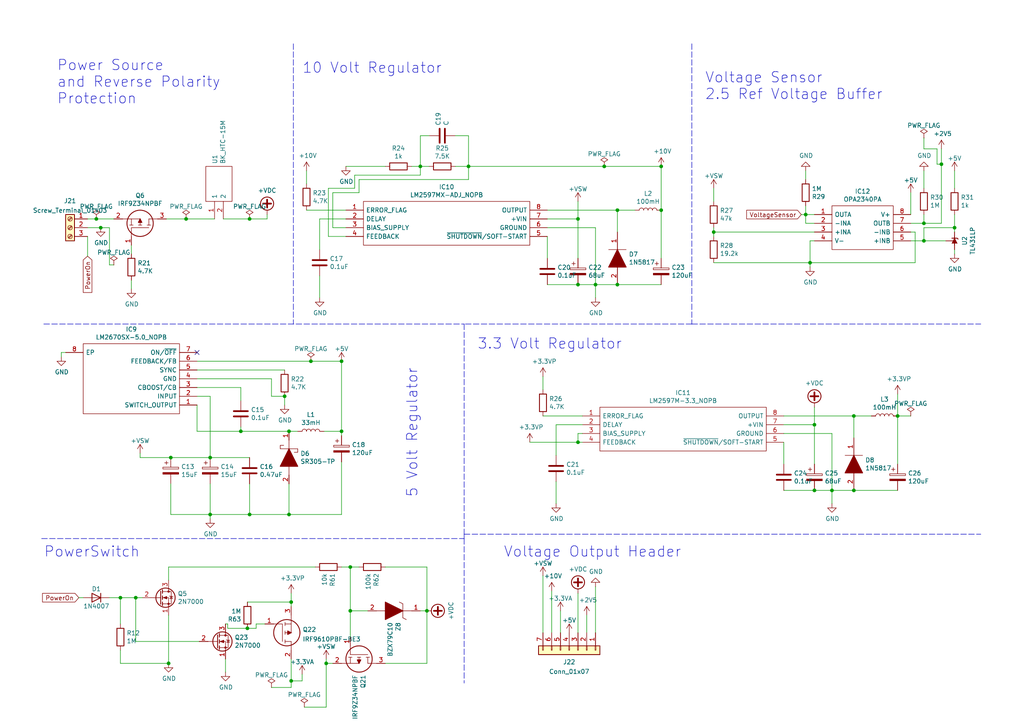
<source format=kicad_sch>
(kicad_sch (version 20211123) (generator eeschema)
  (paper "A4")
  (lib_symbols
    (symbol "Connector:Screw_Terminal_01x03" (pin_names (offset 1.016) hide)
      (property "Reference" "J" (at 0 5.08 0))
      (property "Value" "Screw_Terminal_01x03" (at 0 -5.08 0))
      (symbol "Screw_Terminal_01x03_1_1"
        (pin passive line (at -5.08 2.54 0) (length 3.81) (name "Pin_1") (number "1"))
        (pin passive line (at -5.08 0 0) (length 3.81) (name "Pin_2") (number "2"))
        (pin passive line (at -5.08 -2.54 0) (length 3.81) (name "Pin_3") (number "3"))
      )
    )
    (symbol "Connector_Generic:Conn_01x07" (pin_names (offset 1.016) hide)
      (property "Reference" "J" (at 0 10.16 0))
      (property "Value" "Conn_01x07" (at 0 -10.16 0))
      (symbol "Conn_01x07_1_1"
        (pin passive line (at -5.08 7.62 0) (length 3.81) (name "Pin_1") (number "1"))
        (pin passive line (at -5.08 5.08 0) (length 3.81) (name "Pin_2") (number "2"))
        (pin passive line (at -5.08 2.54 0) (length 3.81) (name "Pin_3") (number "3"))
        (pin passive line (at -5.08 0 0) (length 3.81) (name "Pin_4") (number "4"))
        (pin passive line (at -5.08 -2.54 0) (length 3.81) (name "Pin_5") (number "5"))
        (pin passive line (at -5.08 -5.08 0) (length 3.81) (name "Pin_6") (number "6"))
        (pin passive line (at -5.08 -7.62 0) (length 3.81) (name "Pin_7") (number "7"))
      )
    )
    (symbol "Device:C" (pin_numbers hide) (pin_names (offset 0.254))
      (property "Reference" "C" (at 0.635 2.54 0))
      (property "Value" "C" (at 0.635 -2.54 0))
      (symbol "C_1_1"
        (pin passive line (at 0 3.81 270) (length 2.794) (name "~") (number "1"))
        (pin passive line (at 0 -3.81 90) (length 2.794) (name "~") (number "2"))
      )
    )
    (symbol "Device:CP" (pin_numbers hide) (pin_names (offset 0.254))
      (property "Reference" "C" (at 0.635 2.54 0))
      (property "Value" "Device_CP" (at 0.635 -2.54 0))
      (symbol "CP_1_1"
        (pin passive line (at 0 3.81 270) (length 2.794) (name "~") (number "1"))
        (pin passive line (at 0 -3.81 90) (length 2.794) (name "~") (number "2"))
      )
    )
    (symbol "Device:L" (pin_numbers hide) (pin_names (offset 1.016) hide)
      (property "Reference" "L" (at -1.27 0 90))
      (property "Value" "L" (at 1.905 0 90))
      (symbol "L_1_1"
        (pin passive line (at 0 3.81 270) (length 1.27) (name "1") (number "1"))
        (pin passive line (at 0 -3.81 90) (length 1.27) (name "2") (number "2"))
      )
    )
    (symbol "Device:R" (pin_numbers hide) (pin_names (offset 0))
      (property "Reference" "R" (at 2.032 0 90))
      (property "Value" "R" (at 0 0 90))
      (symbol "R_1_1"
        (pin passive line (at 0 3.81 270) (length 1.27) (name "~") (number "1"))
        (pin passive line (at 0 -3.81 90) (length 1.27) (name "~") (number "2"))
      )
    )
    (symbol "Diode:1N4007" (pin_numbers hide) (pin_names (offset 1.016) hide)
      (property "Reference" "D" (at 0 2.54 0))
      (property "Value" "1N4007" (at 0 -2.54 0))
      (symbol "1N4007_1_1"
        (pin passive line (at -3.81 0 0) (length 2.54) (name "K") (number "1"))
        (pin passive line (at 3.81 0 180) (length 2.54) (name "A") (number "2"))
      )
    )
    (symbol "Reference_Voltage:TL431LP" (pin_numbers hide) (pin_names hide)
      (property "Reference" "U" (at -2.54 2.54 0))
      (property "Value" "TL431LP" (at 0 -2.54 0))
      (symbol "TL431LP_1_1"
        (pin passive line (at 0 2.54 270) (length 2.54) (name "REF") (number "1"))
        (pin passive line (at -2.54 0 0) (length 2.54) (name "A") (number "2"))
        (pin passive line (at 2.54 0 180) (length 2.54) (name "K") (number "3"))
      )
    )
    (symbol "SamacSys_Parts:1N5817" (pin_names (offset 0.762))
      (property "Reference" "D" (at 11.43 5.08 0))
      (property "Value" "SamacSys_Parts_1N5817" (at 11.43 2.54 0))
      (symbol "1N5817_0_0"
        (pin passive line (at 0 0 0) (length 5.08) (name "~") (number "1"))
        (pin passive line (at 15.24 0 180) (length 5.08) (name "~") (number "2"))
      )
    )
    (symbol "SamacSys_Parts:BK_HTC-15M" (pin_names (offset 0.762))
      (property "Reference" "U" (at 16.51 7.62 0))
      (property "Value" "SamacSys_Parts_BK_HTC-15M" (at 16.51 5.08 0))
      (symbol "BK_HTC-15M_0_0"
        (pin passive line (at 0 0 0) (length 5.08) (name "1") (number "1"))
        (pin passive line (at 0 -2.54 0) (length 5.08) (name "2") (number "2"))
      )
    )
    (symbol "SamacSys_Parts:BZX79C10" (pin_names (offset 0.762))
      (property "Reference" "Z" (at 10.16 8.89 0))
      (property "Value" "SamacSys_Parts_BZX79C10" (at 10.16 6.35 0))
      (symbol "BZX79C10_0_0"
        (pin passive line (at 0 0 0) (length 2.54) (name "~") (number "1"))
        (pin passive line (at 15.24 0 180) (length 2.54) (name "~") (number "2"))
      )
    )
    (symbol "SamacSys_Parts:IRF9Z34NPBF" (pin_names (offset 0.762))
      (property "Reference" "Q" (at 11.43 3.81 0))
      (property "Value" "SamacSys_Parts_IRF9Z34NPBF" (at 11.43 1.27 0))
      (symbol "IRF9Z34NPBF_0_0"
        (pin passive line (at 0 0 0) (length 2.54) (name "~") (number "1"))
        (pin passive line (at 7.62 -5.08 90) (length 2.54) (name "~") (number "2"))
        (pin passive line (at 7.62 10.16 270) (length 2.54) (name "~") (number "3"))
      )
    )
    (symbol "SamacSys_Parts:LM2597M-3.3_NOPB" (pin_names (offset 0.762))
      (property "Reference" "IC" (at 54.61 7.62 0))
      (property "Value" "SamacSys_Parts_LM2597M-3.3_NOPB" (at 54.61 5.08 0))
      (symbol "LM2597M-3.3_NOPB_0_0"
        (pin passive line (at 0 0 0) (length 5.08) (name "ERROR_FLAG") (number "1"))
        (pin passive line (at 0 -2.54 0) (length 5.08) (name "DELAY") (number "2"))
        (pin passive line (at 0 -5.08 0) (length 5.08) (name "BIAS_SUPPLY") (number "3"))
        (pin passive line (at 0 -7.62 0) (length 5.08) (name "FEEDBACK") (number "4"))
        (pin passive line (at 58.42 -7.62 180) (length 5.08) (name "~{SHUTDOWN}/SOFT-START") (number "5"))
        (pin passive line (at 58.42 -5.08 180) (length 5.08) (name "GROUND") (number "6"))
        (pin passive line (at 58.42 -2.54 180) (length 5.08) (name "+VIN") (number "7"))
        (pin passive line (at 58.42 0 180) (length 5.08) (name "OUTPUT") (number "8"))
      )
    )
    (symbol "SamacSys_Parts:LM2597MX-ADJ_NOPB" (pin_names (offset 0.762))
      (property "Reference" "IC" (at 54.61 7.62 0))
      (property "Value" "SamacSys_Parts_LM2597MX-ADJ_NOPB" (at 54.61 5.08 0))
      (symbol "LM2597MX-ADJ_NOPB_0_0"
        (pin passive line (at 0 0 0) (length 5.08) (name "ERROR_FLAG") (number "1"))
        (pin passive line (at 0 -2.54 0) (length 5.08) (name "DELAY") (number "2"))
        (pin passive line (at 0 -5.08 0) (length 5.08) (name "BIAS_SUPPLY") (number "3"))
        (pin passive line (at 0 -7.62 0) (length 5.08) (name "FEEDBACK") (number "4"))
        (pin passive line (at 58.42 -7.62 180) (length 5.08) (name "~{SHUTDOWN}/SOFT-START") (number "5"))
        (pin passive line (at 58.42 -5.08 180) (length 5.08) (name "GROUND") (number "6"))
        (pin passive line (at 58.42 -2.54 180) (length 5.08) (name "+VIN") (number "7"))
        (pin passive line (at 58.42 0 180) (length 5.08) (name "OUTPUT") (number "8"))
      )
    )
    (symbol "SamacSys_Parts:LM2670SX-5.0_NOPB" (pin_names (offset 0.762))
      (property "Reference" "IC" (at 34.29 7.62 0))
      (property "Value" "SamacSys_Parts_LM2670SX-5.0_NOPB" (at 34.29 5.08 0))
      (symbol "LM2670SX-5.0_NOPB_0_0"
        (pin passive line (at 38.1 -15.24 180) (length 5.08) (name "SWITCH_OUTPUT") (number "1"))
        (pin passive line (at 38.1 -12.7 180) (length 5.08) (name "INPUT") (number "2"))
        (pin passive line (at 38.1 -10.16 180) (length 5.08) (name "CBOOST/CB") (number "3"))
        (pin passive line (at 38.1 -7.62 180) (length 5.08) (name "GND") (number "4"))
        (pin passive line (at 38.1 -5.08 180) (length 5.08) (name "SYNC") (number "5"))
        (pin passive line (at 38.1 -2.54 180) (length 5.08) (name "FEEDBACK/FB") (number "6"))
        (pin passive line (at 38.1 0 180) (length 5.08) (name "ON/~{OFF}") (number "7"))
        (pin passive line (at 0 0 0) (length 5.08) (name "EP") (number "8"))
      )
    )
    (symbol "SamacSys_Parts:OPA2340PA" (pin_names (offset 0.762))
      (property "Reference" "IC" (at 24.13 7.62 0))
      (property "Value" "SamacSys_Parts_OPA2340PA" (at 24.13 5.08 0))
      (symbol "OPA2340PA_0_0"
        (pin passive line (at 0 0 0) (length 5.08) (name "OUTA") (number "1"))
        (pin passive line (at 0 -2.54 0) (length 5.08) (name "-INA") (number "2"))
        (pin passive line (at 0 -5.08 0) (length 5.08) (name "+INA") (number "3"))
        (pin passive line (at 0 -7.62 0) (length 5.08) (name "V-") (number "4"))
        (pin passive line (at 27.94 -7.62 180) (length 5.08) (name "+INB") (number "5"))
        (pin passive line (at 27.94 -5.08 180) (length 5.08) (name "-INB") (number "6"))
        (pin passive line (at 27.94 -2.54 180) (length 5.08) (name "OUTB") (number "7"))
        (pin passive line (at 27.94 0 180) (length 5.08) (name "V+") (number "8"))
      )
    )
    (symbol "SamacSys_Parts:SR305-TP" (pin_names (offset 0.762))
      (property "Reference" "D" (at 12.7 8.89 0))
      (property "Value" "SamacSys_Parts_SR305-TP" (at 12.7 6.35 0))
      (symbol "SR305-TP_0_0"
        (pin passive line (at 2.54 0 0) (length 2.54) (name "~") (number "1"))
        (pin passive line (at 17.78 0 180) (length 2.54) (name "~") (number "2"))
      )
    )
    (symbol "Samac_Sys:IRF9610PBF-BE3" (pin_names (offset 0.762))
      (property "Reference" "Q" (at 11.43 3.81 0))
      (property "Value" "IRF9610PBF-BE3" (at 11.43 1.27 0))
      (symbol "IRF9610PBF-BE3_0_0"
        (pin passive line (at 0 0 0) (length 2.54) (name "~") (number "1"))
        (pin passive line (at 7.62 10.16 270) (length 2.54) (name "~") (number "2"))
        (pin passive line (at 7.62 -5.08 90) (length 2.54) (name "~") (number "3"))
      )
    )
    (symbol "Transistor_FET:2N7000" (pin_names hide)
      (property "Reference" "Q" (at 5.08 1.905 0))
      (property "Value" "2N7000" (at 5.08 0 0))
      (symbol "2N7000_1_1"
        (pin passive line (at 2.54 -5.08 90) (length 2.54) (name "S") (number "1"))
        (pin input line (at -5.08 0 0) (length 2.54) (name "G") (number "2"))
        (pin passive line (at 2.54 5.08 270) (length 2.54) (name "D") (number "3"))
      )
    )
    (symbol "power:+10V" (power) (pin_names (offset 0))
      (property "Value" "+10V" (at 0 3.556 0))
      (symbol "+10V_1_1"
        (pin power_in line (at 0 0 90) (length 0) hide (name "+10V") (number "1"))
      )
    )
    (symbol "power:+2V5" (power) (pin_names (offset 0))
      (property "Value" "+2V5" (at 0 3.556 0))
      (symbol "+2V5_1_1"
        (pin power_in line (at 0 0 90) (length 0) hide (name "+2V5") (number "1"))
      )
    )
    (symbol "power:+3.3VA" (power) (pin_names (offset 0))
      (property "Value" "+3.3VA" (at 0 3.556 0))
      (symbol "+3.3VA_1_1"
        (pin power_in line (at 0 0 90) (length 0) hide (name "+3.3VA") (number "1"))
      )
    )
    (symbol "power:+3.3VP" (power) (pin_names (offset 0))
      (property "Value" "+3.3VP" (at 0 2.54 0))
      (symbol "+3.3VP_0_0"
        (pin power_in line (at 0 0 90) (length 0) hide (name "+3.3VP") (number "1"))
      )
    )
    (symbol "power:+5V" (power) (pin_names (offset 0))
      (property "Value" "+5V" (at 0 3.556 0))
      (symbol "+5V_1_1"
        (pin power_in line (at 0 0 90) (length 0) hide (name "+5V") (number "1"))
      )
    )
    (symbol "power:+VDC" (power) (pin_names (offset 0))
      (property "Value" "+VDC" (at 0 6.35 0))
      (symbol "+VDC_1_1"
        (pin power_in line (at 0 0 90) (length 0) hide (name "+VDC") (number "1"))
      )
    )
    (symbol "power:+VSW" (power) (pin_names (offset 0))
      (property "Value" "+VSW" (at 0 3.556 0))
      (symbol "+VSW_1_1"
        (pin power_in line (at 0 0 90) (length 0) hide (name "+VSW") (number "1"))
      )
    )
    (symbol "power:GND" (power) (pin_names (offset 0))
      (property "Value" "GND" (at 0 -3.81 0))
      (symbol "GND_1_1"
        (pin power_in line (at 0 0 270) (length 0) hide (name "GND") (number "1"))
      )
    )
    (symbol "power:PWR_FLAG" (power) (pin_numbers hide) (pin_names (offset 0) hide)
      (property "Value" "PWR_FLAG" (at 0 3.81 0))
      (symbol "PWR_FLAG_0_0"
        (pin power_out line (at 0 0 90) (length 0) (name "pwr") (number "1"))
      )
    )
  )
  (junction (at 236.22 142.24))
  (junction (at 83.82 125.095))
  (junction (at 234.95 76.2))
  (junction (at 53.975 63.5))
  (junction (at 34.925 173.355))
  (junction (at 273.05 47.625))
  (junction (at 83.82 149.225))
  (junction (at 82.55 114.935))
  (junction (at 247.65 120.65))
  (junction (at 267.97 64.77))
  (junction (at 101.6 177.165))
  (junction (at 39.37 173.355))
  (junction (at 167.64 128.27))
  (junction (at 236.22 123.19))
  (junction (at 84.455 197.485))
  (junction (at 90.17 104.775))
  (junction (at 191.77 60.96))
  (junction (at 84.455 174.625))
  (junction (at 69.85 125.095))
  (junction (at 99.06 104.775))
  (junction (at 233.68 62.23))
  (junction (at 175.26 48.26))
  (junction (at 247.65 142.24))
  (junction (at 276.86 66.04))
  (junction (at 101.6 164.465))
  (junction (at 60.96 149.225))
  (junction (at 121.92 48.26))
  (junction (at 29.21 66.04))
  (junction (at 60.96 132.715))
  (junction (at 167.64 63.5))
  (junction (at 123.825 177.165))
  (junction (at 135.89 48.26))
  (junction (at 49.53 132.715))
  (junction (at 72.39 63.5))
  (junction (at 260.35 120.65))
  (junction (at 72.39 149.225))
  (junction (at 241.3 142.24))
  (junction (at 27.94 63.5))
  (junction (at 191.77 48.26))
  (junction (at 167.64 82.55))
  (junction (at 71.755 182.245))
  (junction (at 267.97 69.85))
  (junction (at 48.895 192.405))
  (junction (at 207.01 67.31))
  (junction (at 179.07 82.55))
  (junction (at 94.615 192.405))
  (junction (at 172.72 82.55))
  (junction (at 99.06 125.095))
  (junction (at 179.07 60.96))
  (no_connect (at 57.15 102.235))
  (wire (pts (xy 158.75 74.93) (xy 158.75 68.58)))
  (wire (pts (xy 31.75 173.355) (xy 34.925 173.355)))
  (wire (pts (xy 49.53 132.715) (xy 60.96 132.715)))
  (wire (pts (xy 207.01 67.31) (xy 207.01 66.04)))
  (wire (pts (xy 31.75 76.835) (xy 31.75 66.04)))
  (wire (pts (xy 121.92 48.26) (xy 119.38 48.26)))
  (wire (pts (xy 167.64 82.55) (xy 172.72 82.55)))
  (wire (pts (xy 48.26 63.5) (xy 53.975 63.5)))
  (wire (pts (xy 53.975 63.5) (xy 62.23 63.5)))
  (polyline (pts (xy 134.62 156.21) (xy 134.62 198.12)))
  (wire (pts (xy 100.33 60.96) (xy 88.9 60.96)))
  (wire (pts (xy 179.07 67.31) (xy 179.07 60.96)))
  (wire (pts (xy 241.3 142.24) (xy 247.65 142.24)))
  (wire (pts (xy 39.37 186.055) (xy 39.37 173.355)))
  (wire (pts (xy 175.26 48.26) (xy 135.89 48.26)))
  (wire (pts (xy 111.76 48.26) (xy 100.33 48.26)))
  (wire (pts (xy 49.53 140.335) (xy 49.53 149.225)))
  (wire (pts (xy 72.39 149.225) (xy 72.39 140.335)))
  (wire (pts (xy 25.4 66.04) (xy 29.21 66.04)))
  (wire (pts (xy 25.4 63.5) (xy 27.94 63.5)))
  (wire (pts (xy 104.14 52.07) (xy 135.89 52.07)))
  (wire (pts (xy 84.455 174.625) (xy 84.455 175.895)))
  (wire (pts (xy 232.41 62.23) (xy 233.68 62.23)))
  (wire (pts (xy 31.75 66.04) (xy 29.21 66.04)))
  (wire (pts (xy 121.92 48.26) (xy 121.92 50.8)))
  (wire (pts (xy 60.96 149.225) (xy 60.96 140.335)))
  (wire (pts (xy 78.74 199.39) (xy 84.455 199.39)))
  (polyline (pts (xy 134.62 154.94) (xy 284.48 154.94)))
  (wire (pts (xy 34.925 173.355) (xy 34.925 180.975)))
  (wire (pts (xy 74.295 182.245) (xy 71.755 182.245)))
  (wire (pts (xy 99.06 126.365) (xy 99.06 125.095)))
  (wire (pts (xy 57.785 186.055) (xy 39.37 186.055)))
  (wire (pts (xy 191.77 48.26) (xy 175.26 48.26)))
  (wire (pts (xy 34.925 192.405) (xy 48.895 192.405)))
  (wire (pts (xy 69.85 125.095) (xy 83.82 125.095)))
  (wire (pts (xy 22.86 173.355) (xy 24.13 173.355)))
  (wire (pts (xy 158.75 63.5) (xy 167.64 63.5)))
  (wire (pts (xy 234.95 76.2) (xy 234.95 69.85)))
  (wire (pts (xy 207.01 68.58) (xy 207.01 67.31)))
  (wire (pts (xy 264.16 55.88) (xy 264.16 62.23)))
  (wire (pts (xy 111.76 192.405) (xy 123.825 192.405)))
  (wire (pts (xy 121.92 50.8) (xy 102.87 50.8)))
  (wire (pts (xy 88.9 53.34) (xy 88.9 49.53)))
  (wire (pts (xy 39.37 173.355) (xy 41.275 173.355)))
  (wire (pts (xy 227.33 134.62) (xy 227.33 128.27)))
  (wire (pts (xy 40.64 131.445) (xy 40.64 132.715)))
  (wire (pts (xy 167.64 128.27) (xy 168.91 128.27)))
  (wire (pts (xy 57.15 125.095) (xy 69.85 125.095)))
  (wire (pts (xy 161.29 123.19) (xy 168.91 123.19)))
  (wire (pts (xy 27.94 63.5) (xy 33.02 63.5)))
  (wire (pts (xy 179.07 60.96) (xy 184.15 60.96)))
  (wire (pts (xy 121.92 39.37) (xy 121.92 48.26)))
  (wire (pts (xy 72.39 149.225) (xy 83.82 149.225)))
  (wire (pts (xy 102.87 50.8) (xy 102.87 54.61)))
  (wire (pts (xy 172.72 66.04) (xy 172.72 82.55)))
  (wire (pts (xy 161.29 146.05) (xy 161.29 139.7)))
  (wire (pts (xy 273.05 64.77) (xy 273.05 47.625)))
  (wire (pts (xy 276.86 67.31) (xy 276.86 66.04)))
  (wire (pts (xy 227.33 125.73) (xy 241.3 125.73)))
  (wire (pts (xy 135.89 39.37) (xy 132.08 39.37)))
  (wire (pts (xy 271.78 47.625) (xy 273.05 47.625)))
  (wire (pts (xy 101.6 184.785) (xy 101.6 177.165)))
  (wire (pts (xy 265.43 76.2) (xy 265.43 67.31)))
  (wire (pts (xy 241.3 146.05) (xy 241.3 142.24)))
  (wire (pts (xy 17.78 103.505) (xy 17.78 102.235)))
  (wire (pts (xy 207.01 58.42) (xy 207.01 54.61)))
  (wire (pts (xy 247.65 120.65) (xy 252.73 120.65)))
  (wire (pts (xy 260.35 142.24) (xy 247.65 142.24)))
  (wire (pts (xy 38.1 73.66) (xy 38.1 71.12)))
  (wire (pts (xy 265.43 67.31) (xy 264.16 67.31)))
  (wire (pts (xy 92.71 72.39) (xy 92.71 63.5)))
  (wire (pts (xy 236.22 142.24) (xy 241.3 142.24)))
  (wire (pts (xy 74.295 180.975) (xy 74.295 182.245)))
  (wire (pts (xy 84.455 191.135) (xy 84.455 197.485)))
  (wire (pts (xy 207.01 76.2) (xy 234.95 76.2)))
  (wire (pts (xy 94.615 192.405) (xy 94.615 191.135)))
  (wire (pts (xy 78.74 109.855) (xy 78.74 114.935)))
  (wire (pts (xy 234.95 69.85) (xy 236.22 69.85)))
  (wire (pts (xy 77.47 63.5) (xy 77.47 62.23)))
  (wire (pts (xy 167.64 172.085) (xy 167.64 183.515)))
  (wire (pts (xy 236.22 64.77) (xy 233.68 64.77)))
  (wire (pts (xy 25.4 68.58) (xy 25.4 74.295)))
  (wire (pts (xy 101.6 177.165) (xy 101.6 164.465)))
  (wire (pts (xy 124.46 39.37) (xy 121.92 39.37)))
  (wire (pts (xy 158.75 60.96) (xy 179.07 60.96)))
  (wire (pts (xy 17.78 102.235) (xy 19.05 102.235)))
  (wire (pts (xy 236.22 123.19) (xy 236.22 134.62)))
  (wire (pts (xy 82.55 117.475) (xy 82.55 114.935)))
  (wire (pts (xy 71.755 174.625) (xy 84.455 174.625)))
  (wire (pts (xy 167.64 63.5) (xy 167.64 58.42)))
  (wire (pts (xy 95.25 54.61) (xy 95.25 68.58)))
  (wire (pts (xy 276.86 54.61) (xy 276.86 49.53)))
  (polyline (pts (xy 12.7 93.98) (xy 134.62 93.98)))
  (wire (pts (xy 233.68 49.53) (xy 233.68 52.07)))
  (wire (pts (xy 264.16 69.85) (xy 267.97 69.85)))
  (wire (pts (xy 135.89 52.07) (xy 135.89 48.26)))
  (wire (pts (xy 84.455 199.39) (xy 84.455 197.485)))
  (wire (pts (xy 274.32 69.85) (xy 267.97 69.85)))
  (wire (pts (xy 233.68 64.77) (xy 233.68 62.23)))
  (wire (pts (xy 236.22 123.19) (xy 236.22 118.11)))
  (wire (pts (xy 191.77 74.93) (xy 191.77 60.96)))
  (wire (pts (xy 191.77 82.55) (xy 179.07 82.55)))
  (polyline (pts (xy 200.66 93.98) (xy 284.48 93.98)))
  (wire (pts (xy 66.04 180.975) (xy 65.405 180.975)))
  (wire (pts (xy 241.3 125.73) (xy 241.3 142.24)))
  (wire (pts (xy 158.75 66.04) (xy 172.72 66.04)))
  (wire (pts (xy 57.15 114.935) (xy 60.96 114.935)))
  (wire (pts (xy 267.97 69.85) (xy 267.97 66.04)))
  (wire (pts (xy 40.64 132.715) (xy 49.53 132.715)))
  (wire (pts (xy 160.02 171.45) (xy 160.02 183.515)))
  (wire (pts (xy 99.06 164.465) (xy 101.6 164.465)))
  (wire (pts (xy 132.08 48.26) (xy 135.89 48.26)))
  (polyline (pts (xy 134.62 154.94) (xy 134.62 156.21)))
  (wire (pts (xy 123.825 177.165) (xy 123.825 164.465)))
  (wire (pts (xy 273.05 47.625) (xy 273.05 43.18)))
  (wire (pts (xy 234.95 76.2) (xy 265.43 76.2)))
  (wire (pts (xy 72.39 63.5) (xy 77.47 63.5)))
  (wire (pts (xy 83.82 149.225) (xy 99.06 149.225)))
  (wire (pts (xy 170.18 178.435) (xy 170.18 183.515)))
  (wire (pts (xy 111.76 164.465) (xy 123.825 164.465)))
  (wire (pts (xy 172.72 86.36) (xy 172.72 82.55)))
  (wire (pts (xy 60.96 132.715) (xy 72.39 132.715)))
  (wire (pts (xy 267.97 40.005) (xy 267.97 43.18)))
  (wire (pts (xy 162.56 177.165) (xy 162.56 183.515)))
  (wire (pts (xy 234.95 77.47) (xy 234.95 76.2)))
  (wire (pts (xy 135.89 48.26) (xy 135.89 39.37)))
  (wire (pts (xy 267.97 43.18) (xy 271.78 43.18)))
  (wire (pts (xy 48.895 164.465) (xy 91.44 164.465)))
  (polyline (pts (xy 12.065 156.21) (xy 134.62 156.21)))
  (wire (pts (xy 168.91 120.65) (xy 157.48 120.65)))
  (wire (pts (xy 83.82 125.095) (xy 86.36 125.095)))
  (wire (pts (xy 264.16 64.77) (xy 267.97 64.77)))
  (wire (pts (xy 168.91 125.73) (xy 167.64 125.73)))
  (wire (pts (xy 60.96 149.225) (xy 60.96 150.495)))
  (wire (pts (xy 60.96 114.935) (xy 60.96 132.715)))
  (wire (pts (xy 102.87 54.61) (xy 95.25 54.61)))
  (wire (pts (xy 87.63 197.485) (xy 87.63 195.58)))
  (polyline (pts (xy 85.09 12.7) (xy 85.09 93.98)))
  (wire (pts (xy 57.15 109.855) (xy 78.74 109.855)))
  (wire (pts (xy 167.64 125.73) (xy 167.64 128.27)))
  (wire (pts (xy 124.46 48.26) (xy 121.92 48.26)))
  (wire (pts (xy 227.33 142.24) (xy 236.22 142.24)))
  (wire (pts (xy 96.52 192.405) (xy 94.615 192.405)))
  (wire (pts (xy 96.52 66.04) (xy 96.52 55.88)))
  (wire (pts (xy 49.53 149.225) (xy 60.96 149.225)))
  (wire (pts (xy 236.22 62.23) (xy 233.68 62.23)))
  (wire (pts (xy 157.48 167.005) (xy 157.48 183.515)))
  (wire (pts (xy 84.455 197.485) (xy 87.63 197.485)))
  (wire (pts (xy 158.75 82.55) (xy 167.64 82.55)))
  (wire (pts (xy 90.17 104.775) (xy 99.06 104.775)))
  (wire (pts (xy 123.825 177.165) (xy 123.825 192.405)))
  (wire (pts (xy 104.14 55.88) (xy 104.14 52.07)))
  (wire (pts (xy 69.85 125.095) (xy 69.85 123.825)))
  (wire (pts (xy 78.74 114.935) (xy 82.55 114.935)))
  (wire (pts (xy 88.265 205.105) (xy 94.615 205.105)))
  (wire (pts (xy 48.895 164.465) (xy 48.895 168.275)))
  (wire (pts (xy 267.97 54.61) (xy 267.97 49.53)))
  (wire (pts (xy 83.82 149.225) (xy 83.82 140.335)))
  (wire (pts (xy 276.86 66.04) (xy 276.86 62.23)))
  (wire (pts (xy 260.35 120.65) (xy 260.35 114.3)))
  (wire (pts (xy 106.68 177.165) (xy 101.6 177.165)))
  (wire (pts (xy 96.52 55.88) (xy 104.14 55.88)))
  (wire (pts (xy 276.86 73.66) (xy 276.86 72.39)))
  (wire (pts (xy 227.33 123.19) (xy 236.22 123.19)))
  (polyline (pts (xy 134.62 93.98) (xy 134.62 154.94)))
  (wire (pts (xy 191.77 60.96) (xy 191.77 48.26)))
  (wire (pts (xy 271.78 43.18) (xy 271.78 47.625)))
  (wire (pts (xy 260.35 134.62) (xy 260.35 120.65)))
  (wire (pts (xy 92.71 63.5) (xy 100.33 63.5)))
  (wire (pts (xy 161.29 132.08) (xy 161.29 123.19)))
  (wire (pts (xy 57.15 107.315) (xy 82.55 107.315)))
  (wire (pts (xy 172.72 170.18) (xy 172.72 183.515)))
  (wire (pts (xy 233.68 62.23) (xy 233.68 59.69)))
  (polyline (pts (xy 200.66 93.98) (xy 134.62 93.98)))
  (wire (pts (xy 60.96 149.225) (xy 72.39 149.225)))
  (wire (pts (xy 267.97 64.77) (xy 273.05 64.77)))
  (wire (pts (xy 95.25 68.58) (xy 100.33 68.58)))
  (wire (pts (xy 260.35 120.65) (xy 264.16 120.65)))
  (wire (pts (xy 57.15 104.775) (xy 90.17 104.775)))
  (wire (pts (xy 153.67 128.27) (xy 167.64 128.27)))
  (wire (pts (xy 99.06 104.775) (xy 99.06 125.095)))
  (wire (pts (xy 267.97 64.77) (xy 267.97 62.23)))
  (polyline (pts (xy 200.66 12.7) (xy 200.66 93.98)))
  (wire (pts (xy 94.615 205.105) (xy 94.615 192.405)))
  (wire (pts (xy 207.01 67.31) (xy 236.22 67.31)))
  (wire (pts (xy 92.71 86.36) (xy 92.71 80.01)))
  (wire (pts (xy 34.925 188.595) (xy 34.925 192.405)))
  (wire (pts (xy 64.77 63.5) (xy 72.39 63.5)))
  (wire (pts (xy 84.455 172.085) (xy 84.455 174.625)))
  (wire (pts (xy 101.6 164.465) (xy 104.14 164.465)))
  (wire (pts (xy 267.97 66.04) (xy 276.86 66.04)))
  (wire (pts (xy 99.06 125.095) (xy 93.98 125.095)))
  (wire (pts (xy 48.895 178.435) (xy 48.895 192.405)))
  (wire (pts (xy 121.92 177.165) (xy 123.825 177.165)))
  (wire (pts (xy 167.64 63.5) (xy 167.64 74.93)))
  (wire (pts (xy 66.04 182.245) (xy 66.04 180.975)))
  (wire (pts (xy 74.295 180.975) (xy 76.835 180.975)))
  (wire (pts (xy 247.65 127) (xy 247.65 120.65)))
  (wire (pts (xy 65.405 191.135) (xy 65.405 194.945)))
  (wire (pts (xy 69.85 116.205) (xy 69.85 112.395)))
  (wire (pts (xy 38.1 83.82) (xy 38.1 81.28)))
  (wire (pts (xy 157.48 113.03) (xy 157.48 109.22)))
  (wire (pts (xy 227.33 120.65) (xy 247.65 120.65)))
  (wire (pts (xy 99.06 149.225) (xy 99.06 133.985)))
  (wire (pts (xy 33.02 76.835) (xy 31.75 76.835)))
  (wire (pts (xy 34.925 173.355) (xy 39.37 173.355)))
  (wire (pts (xy 69.85 112.395) (xy 57.15 112.395)))
  (wire (pts (xy 57.15 117.475) (xy 57.15 125.095)))
  (wire (pts (xy 172.72 82.55) (xy 179.07 82.55)))
  (wire (pts (xy 71.755 182.245) (xy 66.04 182.245)))
  (wire (pts (xy 100.33 66.04) (xy 96.52 66.04)))
  (text "Voltage Output Header" (at 146.05 161.925 0) (effects (font (size 3 3)) (justify left bottom)))
  (text "Voltage Sensor \n2.5 Ref Voltage Buffer" (at 204.47 29.21 0) (effects (font (size 3 3)) (justify left bottom)))
  (text "5 Volt Regulator" (at 121.285 106.68 270) (effects (font (size 3 3)) (justify right bottom)))
  (text "PowerSwitch" (at 12.7 161.925 0) (effects (font (size 3 3)) (justify left bottom)))
  (text "10 Volt Regulator" (at 87.63 21.59 0) (effects (font (size 3 3)) (justify left bottom)))
  (text "3.3 Volt Regulator" (at 138.43 101.6 0) (effects (font (size 3 3)) (justify left bottom)))
  (text "Power Source \nand Reverse Polarity \nProtection" (at 16.51 30.48 0) (effects (font (size 3 3)) (justify left bottom)))
  (global_label "VoltageSensor" (shape input) (at 232.41 62.23 180) (property "Intersheet References" "${INTERSHEET_REFS}" (effects hide)))
  (global_label "PowerOn" (shape input) (at 22.86 173.355 180) (property "Intersheet References" "${INTERSHEET_REFS}" (effects hide)))
  (global_label "PowerOn" (shape input) (at 25.4 74.295 270) (property "Intersheet References" "${INTERSHEET_REFS}" (effects hide)))
  (symbol (lib_id "power:GND") (at 29.21 66.04 0) (unit 1)
    (property "Reference" "#PWR054" (effects hide))
    (property "Value" "GND" (at 29.337 70.4342 0))
  )
  (symbol (lib_id "SamacSys_Parts:BK_HTC-15M") (at 62.23 63.5 90) (unit 1)
    (property "Reference" "U1" (at 62.3316 47.5488 0) (effects (justify left)))
    (property "Value" "BK_HTC-15M" (at 64.643 47.5488 0) (effects (justify left)))
    (property "Footprint" "SamacSys_Parts:BK_HTC-15M" (effects hide))
    (property "Description" "Fuse Holder PCB FUSE BLOCK" (effects hide))
    (property "Mouser Part Number" "504-HTC-15M" (effects hide))
    (property "Mouser Price/Stock" "https://www.mouser.co.uk/ProductDetail/Bussmann-Eaton/BK-HTC-15M?qs=xYgILgh9YcIcij8kQUilpQ%3D%3D" (effects hide))
    (property "Manufacturer_Name" "Eaton" (effects hide))
    (property "Manufacturer_Part_Number" "BK/HTC-15M" (effects hide))
  )
  (symbol (lib_id "SamacSys_Parts:IRF9Z34NPBF") (at 38.1 71.12 270) (mirror x) (unit 1)
    (property "Reference" "Q6" (at 40.64 56.7182 90))
    (property "Value" "IRF9Z34NPBF" (at 40.64 59.0296 90))
    (property "Footprint" "SamacSys_Parts:TO254P469X1042X1967-3P" (effects hide))
    (property "Datasheet" "https://www.infineon.com/dgdl/irf9z34npbf.pdf?fileId=5546d462533600a40153561220af1ddd" (effects hide))
    (property "Description" "MOSFET MOSFT PCh -55V -17A 100mOhm 23.3nC" (effects hide))
    (property "Height" "4.69" (effects hide))
    (property "Mouser Part Number" "942-IRF9Z34NPBF" (effects hide))
    (property "Mouser Price/Stock" "https://www.mouser.co.uk/ProductDetail/Infineon-IR/IRF9Z34NPBF?qs=9%252BKlkBgLFf16a%2FvlD%252BMCtQ%3D%3D" (effects hide))
    (property "Manufacturer_Name" "Infineon" (effects hide))
    (property "Manufacturer_Part_Number" "IRF9Z34NPBF" (effects hide))
  )
  (symbol (lib_id "Device:R") (at 38.1 77.47 0) (unit 1)
    (property "Reference" "R21" (at 39.878 76.3016 0) (effects (justify left)))
    (property "Value" "4.7K" (at 39.878 78.613 0) (effects (justify left)))
    (property "Footprint" "Resistor_THT:R_Axial_DIN0207_L6.3mm_D2.5mm_P2.54mm_Vertical" (effects hide))
  )
  (symbol (lib_id "power:GND") (at 38.1 83.82 0) (unit 1)
    (property "Reference" "#PWR056" (effects hide))
    (property "Value" "GND" (at 38.227 88.2142 0))
  )
  (symbol (lib_id "power:+VDC") (at 77.47 62.23 0) (unit 1)
    (property "Reference" "#PWR059" (effects hide))
    (property "Value" "+VDC" (at 77.47 55.245 0))
  )
  (symbol (lib_id "power:GND") (at 100.33 48.26 0) (unit 1)
    (property "Reference" "#PWR063" (effects hide))
    (property "Value" "GND" (at 100.457 52.6542 0))
  )
  (symbol (lib_id "power:+10V") (at 88.9 49.53 0) (unit 1)
    (property "Reference" "#PWR061" (effects hide))
    (property "Value" "+10V" (at 89.281 45.1358 0))
  )
  (symbol (lib_id "power:+10V") (at 191.77 48.26 0) (unit 1)
    (property "Reference" "#PWR075" (effects hide))
    (property "Value" "+10V" (at 192.151 43.8658 0))
  )
  (symbol (lib_id "Device:CP") (at 191.77 78.74 0) (unit 1)
    (property "Reference" "C23" (at 194.7672 77.5716 0) (effects (justify left)))
    (property "Value" "120uF" (at 194.7672 79.883 0) (effects (justify left)))
    (property "Footprint" "Capacitor_THT:CP_Radial_D8.0mm_P5.00mm" (effects hide))
  )
  (symbol (lib_id "Device:R") (at 88.9 57.15 0) (unit 1)
    (property "Reference" "R23" (at 90.678 55.9816 0) (effects (justify left)))
    (property "Value" "4.7K" (at 90.678 58.293 0) (effects (justify left)))
    (property "Footprint" "Resistor_THT:R_Axial_DIN0207_L6.3mm_D2.5mm_P2.54mm_Vertical" (effects hide))
  )
  (symbol (lib_id "Device:R") (at 128.27 48.26 90) (unit 1)
    (property "Reference" "R25" (at 128.27 43.0022 90))
    (property "Value" "7.5K" (at 128.27 45.3136 90))
    (property "Footprint" "Resistor_THT:R_Axial_DIN0207_L6.3mm_D2.5mm_P2.54mm_Vertical" (effects hide))
  )
  (symbol (lib_id "power:GND") (at 92.71 86.36 0) (unit 1)
    (property "Reference" "#PWR062" (effects hide))
    (property "Value" "GND" (at 92.837 90.7542 0))
  )
  (symbol (lib_id "power:GND") (at 172.72 86.36 0) (unit 1)
    (property "Reference" "#PWR074" (effects hide))
    (property "Value" "GND" (at 172.847 90.7542 0))
  )
  (symbol (lib_id "Device:C") (at 128.27 39.37 90) (unit 1)
    (property "Reference" "C19" (at 127.1016 36.449 0) (effects (justify left)))
    (property "Value" "C" (at 129.413 36.449 0) (effects (justify left)))
    (property "Footprint" "Capacitor_THT:C_Rect_L9.0mm_W3.6mm_P7.50mm_MKT" (effects hide))
  )
  (symbol (lib_id "Device:C") (at 92.71 76.2 0) (unit 1)
    (property "Reference" "C17" (at 95.631 75.0316 0) (effects (justify left)))
    (property "Value" "0.1uF" (at 95.631 77.343 0) (effects (justify left)))
    (property "Footprint" "Capacitor_THT:C_Rect_L9.0mm_W3.6mm_P7.50mm_MKT" (effects hide))
  )
  (symbol (lib_id "SamacSys_Parts:1N5817") (at 179.07 67.31 270) (unit 1)
    (property "Reference" "D7" (at 182.372 73.7616 90) (effects (justify left)))
    (property "Value" "1N5817" (at 182.372 76.073 90) (effects (justify left)))
    (property "Footprint" "SamacSys_Parts:DIOAD1414W86L464D238" (effects hide))
    (property "Datasheet" "http://www.st.com/web/en/resource/technical/document/datasheet/CD00001625.pdf" (effects hide))
    (property "Description" "1N5817, Schottky Diode,  1A max, 20V, 2-Pin, DO-41" (effects hide))
    (property "Mouser Part Number" "511-1N5817" (effects hide))
    (property "Mouser Price/Stock" "https://www.mouser.co.uk/ProductDetail/STMicroelectronics/1N5817?qs=JV7lzlMm3yKNnxZdh%252BSMnw%3D%3D" (effects hide))
    (property "Manufacturer_Name" "STMicroelectronics" (effects hide))
    (property "Manufacturer_Part_Number" "1N5817" (effects hide))
  )
  (symbol (lib_id "Device:L") (at 187.96 60.96 90) (unit 1)
    (property "Reference" "L2" (at 187.96 56.134 90))
    (property "Value" "100mH" (at 187.96 58.4454 90))
    (property "Footprint" "Inductor_THT:L_Axial_L9.5mm_D4.0mm_P15.24mm_Horizontal_Fastron_SMCC" (effects hide))
  )
  (symbol (lib_id "Device:CP") (at 167.64 78.74 0) (unit 1)
    (property "Reference" "C22" (at 170.6372 77.5716 0) (effects (justify left)))
    (property "Value" "68uF" (at 170.6372 79.883 0) (effects (justify left)))
    (property "Footprint" "Capacitor_THT:CP_Radial_D5.0mm_P2.50mm" (effects hide))
  )
  (symbol (lib_id "Device:C") (at 158.75 78.74 0) (unit 1)
    (property "Reference" "C20" (at 161.671 77.5716 0) (effects (justify left)))
    (property "Value" "0.1uF" (at 161.671 79.883 0) (effects (justify left)))
    (property "Footprint" "Capacitor_THT:C_Rect_L9.0mm_W3.6mm_P7.50mm_MKT" (effects hide))
  )
  (symbol (lib_id "Device:R") (at 115.57 48.26 90) (unit 1)
    (property "Reference" "R24" (at 115.57 43.0022 90))
    (property "Value" "1k" (at 115.57 45.3136 90))
    (property "Footprint" "Resistor_THT:R_Axial_DIN0207_L6.3mm_D2.5mm_P2.54mm_Vertical" (effects hide))
  )
  (symbol (lib_id "SamacSys_Parts:LM2597MX-ADJ_NOPB") (at 100.33 60.96 0) (unit 1)
    (property "Reference" "IC10" (at 129.54 54.229 0))
    (property "Value" "LM2597MX-ADJ_NOPB" (at 129.54 56.5404 0))
    (property "Footprint" "SamacSys_Parts:SOIC127P600X175-8N" (effects hide))
    (property "Datasheet" "http://www.ti.com/lit/gpn/LM2597" (effects hide))
    (property "Description" "SIMPLE SWITCHER Power Converter 150 kHz 0.5A Step-Down Voltage Regulator" (effects hide))
    (property "Height" "1.75" (effects hide))
    (property "Mouser Part Number" "926-LM2597MXADJNOPB" (effects hide))
    (property "Mouser Price/Stock" "https://www.mouser.co.uk/ProductDetail/Texas-Instruments/LM2597MX-ADJ-NOPB?qs=X1J7HmVL2ZEDIgwfzjXNjw%3D%3D" (effects hide))
    (property "Manufacturer_Name" "Texas Instruments" (effects hide))
    (property "Manufacturer_Part_Number" "LM2597MX-ADJ/NOPB" (effects hide))
  )
  (symbol (lib_id "SamacSys_Parts:LM2670SX-5.0_NOPB") (at 19.05 102.235 0) (unit 1)
    (property "Reference" "IC9" (at 38.1 95.504 0))
    (property "Value" "LM2670SX-5.0_NOPB" (at 38.1 97.8154 0))
    (property "Footprint" "SamacSys_Parts:LM2670SX50NOPB" (effects hide))
    (property "Datasheet" "http://www.ti.com/lit/gpn/LM2670" (effects hide))
    (property "Description" "SIMPLE SWITCHER High Efficiency 3A Step-Down Voltage Regulator with Sync" (effects hide))
    (property "Height" "4.64" (effects hide))
    (property "Mouser Part Number" "926-LM2670SX50NOPB" (effects hide))
    (property "Mouser Price/Stock" "https://www.mouser.co.uk/ProductDetail/Texas-Instruments/LM2670SX-50-NOPB/?qs=X1J7HmVL2ZHkBBcK6Id9eQ%3D%3D" (effects hide))
    (property "Manufacturer_Name" "Texas Instruments" (effects hide))
    (property "Manufacturer_Part_Number" "LM2670SX-5.0/NOPB" (effects hide))
  )
  (symbol (lib_id "power:GND") (at 17.78 103.505 0) (unit 1)
    (property "Reference" "#PWR053" (effects hide))
    (property "Value" "GND" (at 17.907 107.8992 0))
  )
  (symbol (lib_id "Device:R") (at 82.55 111.125 0) (unit 1)
    (property "Reference" "R22" (at 84.328 109.9566 0) (effects (justify left)))
    (property "Value" "4.7K" (at 84.328 112.268 0) (effects (justify left)))
    (property "Footprint" "Resistor_THT:R_Axial_DIN0207_L6.3mm_D2.5mm_P2.54mm_Vertical" (effects hide))
  )
  (symbol (lib_id "power:GND") (at 82.55 117.475 0) (unit 1)
    (property "Reference" "#PWR060" (effects hide))
    (property "Value" "GND" (at 82.677 121.8692 0))
  )
  (symbol (lib_id "Device:C") (at 69.85 120.015 0) (unit 1)
    (property "Reference" "C15" (at 72.771 118.8466 0) (effects (justify left)))
    (property "Value" "0.1uF" (at 72.771 121.158 0) (effects (justify left)))
    (property "Footprint" "Capacitor_THT:C_Rect_L9.0mm_W3.6mm_P7.50mm_MKT" (effects hide))
  )
  (symbol (lib_id "Device:CP") (at 49.53 136.525 0) (unit 1)
    (property "Reference" "C13" (at 52.5272 135.3566 0) (effects (justify left)))
    (property "Value" "15uF" (at 52.5272 137.668 0) (effects (justify left)))
    (property "Footprint" "Capacitor_THT:CP_Radial_D5.0mm_P2.50mm" (effects hide))
  )
  (symbol (lib_id "Device:CP") (at 60.96 136.525 0) (unit 1)
    (property "Reference" "C14" (at 63.9572 135.3566 0) (effects (justify left)))
    (property "Value" "15uF" (at 63.9572 137.668 0) (effects (justify left)))
    (property "Footprint" "Capacitor_THT:CP_Radial_D5.0mm_P2.50mm" (effects hide))
  )
  (symbol (lib_id "Device:C") (at 72.39 136.525 0) (unit 1)
    (property "Reference" "C16" (at 75.311 135.3566 0) (effects (justify left)))
    (property "Value" "0.47uF" (at 75.311 137.668 0) (effects (justify left)))
    (property "Footprint" "Capacitor_THT:C_Rect_L9.0mm_W3.6mm_P7.50mm_MKT" (effects hide))
  )
  (symbol (lib_id "power:GND") (at 60.96 150.495 0) (unit 1)
    (property "Reference" "#PWR058" (effects hide))
    (property "Value" "GND" (at 61.087 154.8892 0))
  )
  (symbol (lib_id "Device:L") (at 90.17 125.095 90) (unit 1)
    (property "Reference" "L1" (at 90.17 120.269 90))
    (property "Value" "33mH" (at 90.17 122.5804 90))
    (property "Footprint" "Inductor_THT:L_Axial_L9.5mm_D4.0mm_P15.24mm_Horizontal_Fastron_SMCC" (effects hide))
  )
  (symbol (lib_id "SamacSys_Parts:SR305-TP") (at 83.82 122.555 270) (unit 1)
    (property "Reference" "D6" (at 87.122 131.5466 90) (effects (justify left)))
    (property "Value" "SR305-TP" (at 87.122 133.858 90) (effects (justify left)))
    (property "Footprint" "SamacSys_Parts:DIOAD2860W130L840D505" (effects hide))
    (property "Datasheet" "https://componentsearchengine.com/Datasheets/1/SR305-TP.pdf" (effects hide))
    (property "Description" "Schottky Diodes & Rectifiers Rectifier 50V 80A" (effects hide))
    (property "Mouser Part Number" "833-SR305-TP" (effects hide))
    (property "Mouser Price/Stock" "https://www.mouser.com/Search/Refine.aspx?Keyword=833-SR305-TP" (effects hide))
    (property "Manufacturer_Name" "Micro Commercial Components (MCC)" (effects hide))
    (property "Manufacturer_Part_Number" "SR305-TP" (effects hide))
  )
  (symbol (lib_id "Device:CP") (at 99.06 130.175 0) (unit 1)
    (property "Reference" "C18" (at 102.0572 129.0066 0) (effects (justify left)))
    (property "Value" "120uF" (at 102.0572 131.318 0) (effects (justify left)))
    (property "Footprint" "Capacitor_THT:CP_Radial_D8.0mm_P5.00mm" (effects hide))
  )
  (symbol (lib_id "power:GND") (at 172.72 170.18 0) (mirror x) (unit 1)
    (property "Reference" "#PWR070" (effects hide))
    (property "Value" "GND" (at 172.847 165.7858 0))
  )
  (symbol (lib_id "power:+VDC") (at 167.64 172.085 0) (unit 1)
    (property "Reference" "#PWR068" (effects hide))
    (property "Value" "+VDC" (at 167.64 165.1 0))
  )
  (symbol (lib_id "power:+3.3VP") (at 260.35 114.3 0) (unit 1)
    (property "Reference" "#PWR081" (effects hide))
    (property "Value" "+3.3VP" (at 260.731 109.9058 0))
  )
  (symbol (lib_id "power:+VDC") (at 236.22 118.11 0) (unit 1)
    (property "Reference" "#PWR079" (effects hide))
    (property "Value" "+VDC" (at 236.22 111.125 0))
  )
  (symbol (lib_id "Device:CP") (at 260.35 138.43 0) (unit 1)
    (property "Reference" "C26" (at 263.3472 137.2616 0) (effects (justify left)))
    (property "Value" "120uF" (at 263.3472 139.573 0) (effects (justify left)))
    (property "Footprint" "Capacitor_THT:CP_Radial_D8.0mm_P5.00mm" (effects hide))
  )
  (symbol (lib_id "Device:R") (at 157.48 116.84 0) (unit 1)
    (property "Reference" "R26" (at 159.258 115.6716 0) (effects (justify left)))
    (property "Value" "4.7K" (at 159.258 117.983 0) (effects (justify left)))
    (property "Footprint" "Resistor_THT:R_Axial_DIN0207_L6.3mm_D2.5mm_P2.54mm_Vertical" (effects hide))
  )
  (symbol (lib_id "power:GND") (at 161.29 146.05 0) (unit 1)
    (property "Reference" "#PWR072" (effects hide))
    (property "Value" "GND" (at 161.417 150.4442 0))
  )
  (symbol (lib_id "power:GND") (at 241.3 146.05 0) (unit 1)
    (property "Reference" "#PWR080" (effects hide))
    (property "Value" "GND" (at 241.427 150.4442 0))
  )
  (symbol (lib_id "Device:C") (at 161.29 135.89 0) (unit 1)
    (property "Reference" "C21" (at 164.211 134.7216 0) (effects (justify left)))
    (property "Value" "0.1uF" (at 164.211 137.033 0) (effects (justify left)))
    (property "Footprint" "Capacitor_THT:C_Rect_L9.0mm_W3.6mm_P7.50mm_MKT" (effects hide))
  )
  (symbol (lib_id "SamacSys_Parts:1N5817") (at 247.65 127 270) (unit 1)
    (property "Reference" "D8" (at 250.952 133.4516 90) (effects (justify left)))
    (property "Value" "1N5817" (at 250.952 135.763 90) (effects (justify left)))
    (property "Footprint" "SamacSys_Parts:DIOAD1414W86L464D238" (effects hide))
    (property "Datasheet" "http://www.st.com/web/en/resource/technical/document/datasheet/CD00001625.pdf" (effects hide))
    (property "Description" "1N5817, Schottky Diode,  1A max, 20V, 2-Pin, DO-41" (effects hide))
    (property "Mouser Part Number" "511-1N5817" (effects hide))
    (property "Mouser Price/Stock" "https://www.mouser.co.uk/ProductDetail/STMicroelectronics/1N5817?qs=JV7lzlMm3yKNnxZdh%252BSMnw%3D%3D" (effects hide))
    (property "Manufacturer_Name" "STMicroelectronics" (effects hide))
    (property "Manufacturer_Part_Number" "1N5817" (effects hide))
  )
  (symbol (lib_id "Device:L") (at 256.54 120.65 90) (unit 1)
    (property "Reference" "L3" (at 256.54 115.824 90))
    (property "Value" "100mH" (at 256.54 118.1354 90))
    (property "Footprint" "Inductor_THT:L_Axial_L9.5mm_D4.0mm_P15.24mm_Horizontal_Fastron_SMCC" (effects hide))
  )
  (symbol (lib_id "Device:CP") (at 236.22 138.43 0) (unit 1)
    (property "Reference" "C25" (at 239.2172 137.2616 0) (effects (justify left)))
    (property "Value" "68uF" (at 239.2172 139.573 0) (effects (justify left)))
    (property "Footprint" "Capacitor_THT:CP_Radial_D5.0mm_P2.50mm" (effects hide))
  )
  (symbol (lib_id "Device:C") (at 227.33 138.43 0) (unit 1)
    (property "Reference" "C24" (at 230.251 137.2616 0) (effects (justify left)))
    (property "Value" "0.1uF" (at 230.251 139.573 0) (effects (justify left)))
    (property "Footprint" "Capacitor_THT:C_Rect_L9.0mm_W3.6mm_P7.50mm_MKT" (effects hide))
  )
  (symbol (lib_id "SamacSys_Parts:OPA2340PA") (at 236.22 62.23 0) (unit 1)
    (property "Reference" "IC12" (at 250.19 55.499 0))
    (property "Value" "OPA2340PA" (at 250.19 57.8104 0))
    (property "Footprint" "SamacSys_Parts:DIP794W53P254L959H508Q8N" (effects hide))
    (property "Datasheet" "http://www.ti.com/lit/gpn/opa2340" (effects hide))
    (property "Description" "Texas Instruments OPA2340PA, Dual Op Amp, 5.5MHz CMOS, Rail to Rail, 3 V, 5 V, 8-Pin PDIP" (effects hide))
    (property "Height" "5.08" (effects hide))
    (property "Mouser Part Number" "595-OPA2340PA" (effects hide))
    (property "Mouser Price/Stock" "https://www.mouser.co.uk/ProductDetail/Texas-Instruments/OPA2340PA?qs=7nS3%252BbEUL6s2KhiJuFokSw%3D%3D" (effects hide))
    (property "Manufacturer_Name" "Texas Instruments" (effects hide))
    (property "Manufacturer_Part_Number" "OPA2340PA" (effects hide))
  )
  (symbol (lib_id "power:+3.3VP") (at 157.48 109.22 0) (unit 1)
    (property "Reference" "#PWR071" (effects hide))
    (property "Value" "+3.3VP" (at 157.861 104.8258 0))
  )
  (symbol (lib_id "power:+2V5") (at 170.18 178.435 0) (unit 1)
    (property "Reference" "#PWR069" (effects hide))
    (property "Value" "+2V5" (at 170.561 174.0408 0))
  )
  (symbol (lib_id "power:+10V") (at 160.02 171.45 0) (unit 1)
    (property "Reference" "#PWR065" (effects hide))
    (property "Value" "+10V" (at 160.401 167.0558 0))
  )
  (symbol (lib_id "Reference_Voltage:TL431LP") (at 276.86 69.85 90) (unit 1)
    (property "Reference" "U2" (at 279.781 69.85 0))
    (property "Value" "TL431LP" (at 282.0924 69.85 0))
    (property "Footprint" "Package_TO_SOT_THT:TO-92_Inline" (effects hide))
    (property "Datasheet" "http://www.ti.com/lit/ds/symlink/tl431.pdf" (effects hide))
  )
  (symbol (lib_id "Device:R") (at 276.86 58.42 0) (unit 1)
    (property "Reference" "R31" (at 278.638 57.2516 0) (effects (justify left)))
    (property "Value" "1k" (at 278.638 59.563 0) (effects (justify left)))
    (property "Footprint" "Resistor_THT:R_Axial_DIN0207_L6.3mm_D2.5mm_P2.54mm_Vertical" (effects hide))
  )
  (symbol (lib_id "power:GND") (at 276.86 73.66 0) (unit 1)
    (property "Reference" "#PWR086" (effects hide))
    (property "Value" "GND" (at 276.987 78.0542 0))
  )
  (symbol (lib_id "Device:R") (at 267.97 58.42 0) (unit 1)
    (property "Reference" "R30" (at 269.748 57.2516 0) (effects (justify left)))
    (property "Value" "1M" (at 269.748 59.563 0) (effects (justify left)))
    (property "Footprint" "Resistor_THT:R_Axial_DIN0207_L6.3mm_D2.5mm_P2.54mm_Vertical" (effects hide))
  )
  (symbol (lib_id "power:GND") (at 267.97 49.53 0) (mirror x) (unit 1)
    (property "Reference" "#PWR083" (effects hide))
    (property "Value" "GND" (at 268.097 45.1358 0))
  )
  (symbol (lib_id "power:+2V5") (at 273.05 43.18 0) (unit 1)
    (property "Reference" "#PWR084" (effects hide))
    (property "Value" "+2V5" (at 273.431 38.7858 0))
  )
  (symbol (lib_id "power:GND") (at 234.95 77.47 0) (unit 1)
    (property "Reference" "#PWR078" (effects hide))
    (property "Value" "GND" (at 235.077 81.8642 0))
  )
  (symbol (lib_id "Device:R") (at 207.01 62.23 0) (unit 1)
    (property "Reference" "R27" (at 208.788 61.0616 0) (effects (justify left)))
    (property "Value" "47k" (at 208.788 63.373 0) (effects (justify left)))
    (property "Footprint" "Resistor_THT:R_Axial_DIN0207_L6.3mm_D2.5mm_P2.54mm_Vertical" (effects hide))
  )
  (symbol (lib_id "Device:R") (at 207.01 72.39 0) (unit 1)
    (property "Reference" "R28" (at 208.788 71.2216 0) (effects (justify left)))
    (property "Value" "19.2k" (at 208.788 73.533 0) (effects (justify left)))
    (property "Footprint" "Resistor_THT:R_Axial_DIN0207_L6.3mm_D2.5mm_P2.54mm_Vertical" (effects hide))
  )
  (symbol (lib_id "Device:R") (at 233.68 55.88 0) (mirror x) (unit 1)
    (property "Reference" "R29" (at 235.458 57.0484 0) (effects (justify left)))
    (property "Value" "1M" (at 235.458 54.737 0) (effects (justify left)))
    (property "Footprint" "Resistor_THT:R_Axial_DIN0207_L6.3mm_D2.5mm_P2.54mm_Vertical" (effects hide))
  )
  (symbol (lib_id "power:GND") (at 233.68 49.53 0) (mirror x) (unit 1)
    (property "Reference" "#PWR077" (effects hide))
    (property "Value" "GND" (at 233.807 45.1358 0))
  )
  (symbol (lib_id "SamacSys_Parts:LM2597M-3.3_NOPB") (at 168.91 120.65 0) (unit 1)
    (property "Reference" "IC11" (at 198.12 113.919 0))
    (property "Value" "LM2597M-3.3_NOPB" (at 198.12 116.2304 0))
    (property "Footprint" "SamacSys_Parts:SOIC127P600X175-8N" (effects hide))
    (property "Datasheet" "http://www.ti.com/lit/gpn/lm2597" (effects hide))
    (property "Description" "Texas Instruments LM2597M-3.3/NOPB, Step Down DC-DC Converter, 500mA, 8-Pin SOIC" (effects hide))
    (property "Height" "1.75" (effects hide))
    (property "Mouser Part Number" "926-LM2597M-33/NOPB" (effects hide))
    (property "Mouser Price/Stock" "https://www.mouser.com/Search/Refine.aspx?Keyword=926-LM2597M-33%2FNOPB" (effects hide))
    (property "Manufacturer_Name" "Texas Instruments" (effects hide))
    (property "Manufacturer_Part_Number" "LM2597M-3.3/NOPB" (effects hide))
  )
  (symbol (lib_id "power:PWR_FLAG") (at 88.265 205.105 0) (unit 1)
    (property "Reference" "#FLG0102" (effects hide))
    (property "Value" "PWR_FLAG" (at 88.265 201.5005 0))
  )
  (symbol (lib_id "Transistor_FET:2N7000") (at 46.355 173.355 0) (unit 1)
    (property "Reference" "Q5" (at 51.5366 172.1866 0) (effects (justify left)))
    (property "Value" "2N7000" (at 51.5366 174.498 0) (effects (justify left)))
    (property "Footprint" "Package_TO_SOT_THT:TO-92_Inline" (effects hide))
    (property "Datasheet" "https://www.onsemi.com/pub/Collateral/NDS7002A-D.PDF" (effects hide))
  )
  (symbol (lib_id "power:PWR_FLAG") (at 267.97 40.005 0) (unit 1)
    (property "Reference" "#FLG0101" (effects hide))
    (property "Value" "PWR_FLAG" (at 267.97 36.4005 0))
  )
  (symbol (lib_id "Transistor_FET:2N7000") (at 62.865 186.055 0) (unit 1)
    (property "Reference" "Q23" (at 68.0466 184.8866 0) (effects (justify left)))
    (property "Value" "2N7000" (at 68.0466 187.198 0) (effects (justify left)))
    (property "Footprint" "Package_TO_SOT_THT:TO-92_Inline" (effects hide))
    (property "Datasheet" "https://www.onsemi.com/pub/Collateral/NDS7002A-D.PDF" (effects hide))
  )
  (symbol (lib_id "Device:R") (at 71.755 178.435 180) (unit 1)
    (property "Reference" "R63" (at 69.977 179.6034 0) (effects (justify left)))
    (property "Value" "1M" (at 69.977 177.292 0) (effects (justify left)))
    (property "Footprint" "Resistor_THT:R_Axial_DIN0207_L6.3mm_D2.5mm_P2.54mm_Vertical" (effects hide))
  )
  (symbol (lib_id "power:PWR_FLAG") (at 78.74 199.39 0) (unit 1)
    (property "Reference" "#FLG01" (effects hide))
    (property "Value" "PWR_FLAG" (at 78.74 195.7855 0))
  )
  (symbol (lib_id "power:GND") (at 48.895 192.405 0) (unit 1)
    (property "Reference" "#PWR073" (effects hide))
    (property "Value" "GND" (at 49.022 196.7992 0))
  )
  (symbol (lib_id "power:+VSW") (at 167.64 58.42 0) (unit 1)
    (property "Reference" "#PWR0131" (effects hide))
    (property "Value" "+VSW" (at 167.64 54.8155 0))
  )
  (symbol (lib_id "power:+5V") (at 165.1 183.515 0) (unit 1)
    (property "Reference" "#PWR017" (effects hide))
    (property "Value" "+5V" (at 165.1 179.9105 0))
  )
  (symbol (lib_id "Samac_Sys:IRF9610PBF-BE3") (at 76.835 180.975 0) (mirror x) (unit 1)
    (property "Reference" "Q22" (at 87.757 182.6065 0) (effects (justify left)))
    (property "Value" "IRF9610PBF-BE3" (at 87.757 185.3816 0) (effects (justify left)))
    (property "Footprint" "TO254P465X1024X2050-3P" (effects hide))
    (property "Description" "MOSFET 200V P-CH HEXFET MOSFET" (effects hide))
    (property "Height" "4.65" (effects hide))
    (property "Mouser Part Number" "78-IRF9610PBF-BE3" (effects hide))
    (property "Mouser Price/Stock" "https://www.mouser.co.uk/ProductDetail/Vishay-Siliconix/IRF9610PBF-BE3?qs=zW32dvEIR3so9ERRF7EoZg%3D%3D" (effects hide))
    (property "Manufacturer_Name" "Vishay" (effects hide))
    (property "Manufacturer_Part_Number" "IRF9610PBF-BE3" (effects hide))
  )
  (symbol (lib_id "power:PWR_FLAG") (at 33.02 76.835 0) (unit 1)
    (property "Reference" "#FLG0104" (effects hide))
    (property "Value" "PWR_FLAG" (at 33.02 73.2305 0))
  )
  (symbol (lib_id "Device:R") (at 34.925 184.785 0) (unit 1)
    (property "Reference" "R12" (at 36.703 183.6166 0) (effects (justify left)))
    (property "Value" "1M" (at 36.703 185.928 0) (effects (justify left)))
    (property "Footprint" "Resistor_THT:R_Axial_DIN0207_L6.3mm_D2.5mm_P2.54mm_Vertical" (effects hide))
  )
  (symbol (lib_id "power:+3.3VA") (at 87.63 195.58 0) (mirror y) (unit 1)
    (property "Reference" "#PWR096" (effects hide))
    (property "Value" "+3.3VA" (at 87.63 191.9755 0))
  )
  (symbol (lib_id "power:+3.3VP") (at 84.455 172.085 0) (unit 1)
    (property "Reference" "#PWR093" (effects hide))
    (property "Value" "+3.3VP" (at 84.836 167.6908 0))
  )
  (symbol (lib_id "power:+VSW") (at 40.64 131.445 0) (unit 1)
    (property "Reference" "#PWR0129" (effects hide))
    (property "Value" "+VSW" (at 40.64 127.8405 0))
  )
  (symbol (lib_id "power:PWR_FLAG") (at 72.39 63.5 0) (unit 1)
    (property "Reference" "#FLG05" (effects hide))
    (property "Value" "PWR_FLAG" (at 72.39 59.8955 0))
  )
  (symbol (lib_id "power:PWR_FLAG") (at 53.975 63.5 0) (unit 1)
    (property "Reference" "#FLG0103" (effects hide))
    (property "Value" "PWR_FLAG" (at 53.975 59.8955 0))
  )
  (symbol (lib_id "Device:R") (at 95.25 164.465 270) (unit 1)
    (property "Reference" "R61" (at 96.4184 166.243 0) (effects (justify left)))
    (property "Value" "10k" (at 94.107 166.243 0) (effects (justify left)))
    (property "Footprint" "Resistor_THT:R_Axial_DIN0207_L6.3mm_D2.5mm_P2.54mm_Vertical" (effects hide))
  )
  (symbol (lib_id "power:+VSW") (at 94.615 191.135 0) (unit 1)
    (property "Reference" "#PWR0128" (effects hide))
    (property "Value" "+VSW" (at 94.615 187.5305 0))
  )
  (symbol (lib_id "power:+VDC") (at 123.825 177.165 270) (unit 1)
    (property "Reference" "#PWR076" (effects hide))
    (property "Value" "+VDC" (at 130.81 177.165 0))
  )
  (symbol (lib_id "power:+5V") (at 264.16 55.88 0) (unit 1)
    (property "Reference" "#PWR0102" (effects hide))
    (property "Value" "+5V" (at 264.16 52.2755 0))
  )
  (symbol (lib_id "power:+3.3VP") (at 153.67 128.27 0) (unit 1)
    (property "Reference" "#PWR0125" (effects hide))
    (property "Value" "+3.3VP" (at 154.051 123.8758 0))
  )
  (symbol (lib_id "power:+VSW") (at 157.48 167.005 0) (unit 1)
    (property "Reference" "#PWR057" (effects hide))
    (property "Value" "+VSW" (at 157.48 163.4005 0))
  )
  (symbol (lib_id "power:+VSW") (at 207.01 54.61 0) (unit 1)
    (property "Reference" "#PWR0136" (effects hide))
    (property "Value" "+VSW" (at 207.01 51.0055 0))
  )
  (symbol (lib_id "power:PWR_FLAG") (at 90.17 104.775 0) (unit 1)
    (property "Reference" "#FLG06" (effects hide))
    (property "Value" "PWR_FLAG" (at 90.17 101.1705 0))
  )
  (symbol (lib_id "power:PWR_FLAG") (at 264.16 120.65 0) (unit 1)
    (property "Reference" "#FLG08" (effects hide))
    (property "Value" "PWR_FLAG" (at 264.16 117.0455 0))
  )
  (symbol (lib_id "SamacSys_Parts:BZX79C10") (at 121.92 177.165 0) (mirror y) (unit 1)
    (property "Reference" "Z8" (at 115.4684 180.467 90) (effects (justify right)))
    (property "Value" "BZX79C10" (at 113.157 180.467 90) (effects (justify right)))
    (property "Footprint" "SamacSys_Parts:DIOAD1068W53L380D172" (effects hide))
    (property "Datasheet" "https://www.fairchildsemi.com/datasheets/BZ/BZX79C10.pdf" (effects hide))
    (property "Description" "BZX79C10, Zener Diode, 10V +/-5 500 mW 0.2A, 2-Pin DO-35" (effects hide))
    (property "Mouser Part Number" "512-BZX79C10" (effects hide))
    (property "Mouser Price/Stock" "https://www.mouser.co.uk/ProductDetail/ON-Semiconductor-Fairchild/BZX79C10?qs=FITO%2F%2FQgYDkGEXVpK3DyhQ%3D%3D" (effects hide))
    (property "Manufacturer_Name" "ON Semiconductor" (effects hide))
    (property "Manufacturer_Part_Number" "BZX79C10" (effects hide))
  )
  (symbol (lib_id "power:PWR_FLAG") (at 27.94 63.5 0) (unit 1)
    (property "Reference" "#FLG03" (effects hide))
    (property "Value" "PWR_FLAG" (at 27.94 59.8955 0))
  )
  (symbol (lib_id "SamacSys_Parts:IRF9Z34NPBF") (at 101.6 184.785 270) (unit 1)
    (property "Reference" "Q21" (at 105.3084 195.707 0) (effects (justify left)))
    (property "Value" "IRF9Z34NPBF" (at 102.997 195.707 0) (effects (justify left)))
    (property "Footprint" "SamacSys_Parts:TO254P469X1042X1967-3P" (effects hide))
    (property "Datasheet" "https://www.infineon.com/dgdl/irf9z34npbf.pdf?fileId=5546d462533600a40153561220af1ddd" (effects hide))
    (property "Description" "MOSFET MOSFT PCh -55V -17A 100mOhm 23.3nC" (effects hide))
    (property "Height" "4.69" (effects hide))
    (property "Mouser Part Number" "942-IRF9Z34NPBF" (effects hide))
    (property "Mouser Price/Stock" "https://www.mouser.co.uk/ProductDetail/Infineon-IR/IRF9Z34NPBF?qs=9%252BKlkBgLFf16a%2FvlD%252BMCtQ%3D%3D" (effects hide))
    (property "Manufacturer_Name" "Infineon" (effects hide))
    (property "Manufacturer_Part_Number" "IRF9Z34NPBF" (effects hide))
  )
  (symbol (lib_id "power:+3.3VA") (at 162.56 177.165 0) (mirror y) (unit 1)
    (property "Reference" "#PWR0135" (effects hide))
    (property "Value" "+3.3VA" (at 162.56 173.5605 0))
  )
  (symbol (lib_id "power:+5V") (at 99.06 104.775 0) (unit 1)
    (property "Reference" "#PWR016" (effects hide))
    (property "Value" "+5V" (at 99.06 101.1705 0))
  )
  (symbol (lib_id "power:+5V") (at 276.86 49.53 0) (unit 1)
    (property "Reference" "#PWR019" (effects hide))
    (property "Value" "+5V" (at 276.86 45.9255 0))
  )
  (symbol (lib_id "Connector_Generic:Conn_01x07") (at 165.1 188.595 270) (unit 1)
    (property "Reference" "J22" (at 165.1 192.0145 90))
    (property "Value" "Conn_01x07" (at 165.1 194.7896 90))
    (property "Footprint" "Connector_PinHeader_2.54mm:PinHeader_1x07_P2.54mm_Vertical" (effects hide))
  )
  (symbol (lib_id "Diode:1N4007") (at 27.94 173.355 180) (unit 1)
    (property "Reference" "D1" (at 27.94 170.815 0))
    (property "Value" "1N4007" (at 27.94 175.8164 0))
    (property "Footprint" "Diode_THT:D_DO-41_SOD81_P10.16mm_Horizontal" (effects hide))
    (property "Datasheet" "http://www.vishay.com/docs/88503/1n4001.pdf" (effects hide))
  )
  (symbol (lib_id "Connector:Screw_Terminal_01x03") (at 20.32 66.04 0) (mirror y) (unit 1)
    (property "Reference" "J21" (at 20.32 58.2635 0))
    (property "Value" "Screw_Terminal_01x03" (at 20.32 61.0386 0))
    (property "Footprint" "TerminalBlock_Phoenix:TerminalBlock_Phoenix_MKDS-3-3-5.08_1x03_P5.08mm_Horizontal" (effects hide))
  )
  (symbol (lib_id "power:GND") (at 65.405 194.945 0) (unit 1)
    (property "Reference" "#PWR066" (effects hide))
    (property "Value" "GND" (at 65.532 199.3392 0))
  )
  (symbol (lib_id "power:PWR_FLAG") (at 175.26 48.26 0) (unit 1)
    (property "Reference" "#FLG07" (effects hide))
    (property "Value" "PWR_FLAG" (at 175.26 44.6555 0))
  )
  (symbol (lib_id "Device:R") (at 107.95 164.465 270) (unit 1)
    (property "Reference" "R62" (at 109.1184 166.243 0) (effects (justify left)))
    (property "Value" "100k" (at 106.807 166.243 0) (effects (justify left)))
    (property "Footprint" "Resistor_THT:R_Axial_DIN0207_L6.3mm_D2.5mm_P2.54mm_Vertical" (effects hide))
  )
)
</source>
